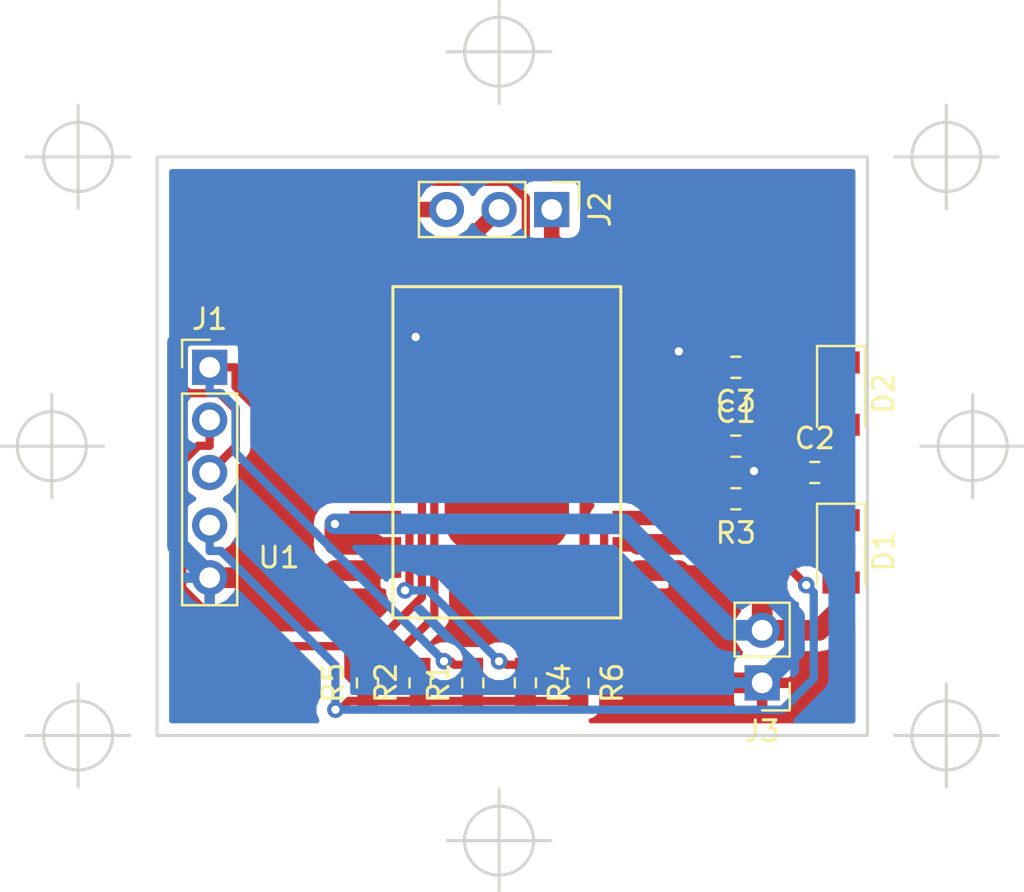
<source format=kicad_pcb>
(kicad_pcb (version 20171130) (host pcbnew 5.0.2-bee76a0~70~ubuntu18.04.1)

  (general
    (thickness 1.6)
    (drawings 12)
    (tracks 171)
    (zones 0)
    (modules 15)
    (nets 17)
  )

  (page A4)
  (layers
    (0 F.Cu signal)
    (31 B.Cu signal hide)
    (32 B.Adhes user)
    (33 F.Adhes user)
    (34 B.Paste user)
    (35 F.Paste user)
    (36 B.SilkS user)
    (37 F.SilkS user hide)
    (38 B.Mask user)
    (39 F.Mask user)
    (40 Dwgs.User user)
    (41 Cmts.User user)
    (42 Eco1.User user)
    (43 Eco2.User user)
    (44 Edge.Cuts user)
    (45 Margin user)
    (46 B.CrtYd user)
    (47 F.CrtYd user)
    (48 B.Fab user)
    (49 F.Fab user hide)
  )

  (setup
    (last_trace_width 0.4)
    (trace_clearance 0.2)
    (zone_clearance 0.508)
    (zone_45_only no)
    (trace_min 0.2)
    (segment_width 0.2)
    (edge_width 0.15)
    (via_size 0.8)
    (via_drill 0.4)
    (via_min_size 0.4)
    (via_min_drill 0.3)
    (uvia_size 0.3)
    (uvia_drill 0.1)
    (uvias_allowed no)
    (uvia_min_size 0.2)
    (uvia_min_drill 0.1)
    (pcb_text_width 0.3)
    (pcb_text_size 1.5 1.5)
    (mod_edge_width 0.15)
    (mod_text_size 1 1)
    (mod_text_width 0.15)
    (pad_size 1.524 1.524)
    (pad_drill 0.762)
    (pad_to_mask_clearance 0.051)
    (solder_mask_min_width 0.25)
    (aux_axis_origin 0 0)
    (visible_elements FFFFFF7F)
    (pcbplotparams
      (layerselection 0x000c0_7ffffffe)
      (usegerberextensions false)
      (usegerberattributes false)
      (usegerberadvancedattributes false)
      (creategerberjobfile false)
      (excludeedgelayer false)
      (linewidth 0.100000)
      (plotframeref false)
      (viasonmask true)
      (mode 1)
      (useauxorigin false)
      (hpglpennumber 1)
      (hpglpenspeed 20)
      (hpglpendiameter 15.000000)
      (psnegative false)
      (psa4output true)
      (plotreference true)
      (plotvalue true)
      (plotinvisibletext false)
      (padsonsilk false)
      (subtractmaskfromsilk false)
      (outputformat 2)
      (mirror true)
      (drillshape 1)
      (scaleselection 1)
      (outputdirectory "prod/"))
  )

  (net 0 "")
  (net 1 "Net-(C1-Pad1)")
  (net 2 GND)
  (net 3 "Net-(C2-Pad2)")
  (net 4 "Net-(C2-Pad1)")
  (net 5 "Net-(C3-Pad2)")
  (net 6 VCC)
  (net 7 "Net-(J1-Pad1)")
  (net 8 "Net-(J1-Pad2)")
  (net 9 "Net-(J1-Pad3)")
  (net 10 +5V)
  (net 11 "Net-(J2-Pad1)")
  (net 12 "Net-(J2-Pad2)")
  (net 13 "Net-(J2-Pad3)")
  (net 14 "Net-(R4-Pad1)")
  (net 15 "Net-(R5-Pad2)")
  (net 16 "Net-(R6-Pad1)")

  (net_class Default "This is the default net class."
    (clearance 0.2)
    (trace_width 0.4)
    (via_dia 0.8)
    (via_drill 0.4)
    (uvia_dia 0.3)
    (uvia_drill 0.1)
    (add_net +5V)
    (add_net "Net-(C1-Pad1)")
    (add_net "Net-(C2-Pad1)")
    (add_net "Net-(C2-Pad2)")
    (add_net "Net-(C3-Pad2)")
    (add_net "Net-(J1-Pad1)")
    (add_net "Net-(J1-Pad2)")
    (add_net "Net-(J1-Pad3)")
    (add_net "Net-(R4-Pad1)")
    (add_net "Net-(R5-Pad2)")
    (add_net "Net-(R6-Pad1)")
  )

  (net_class BLDC ""
    (clearance 0.2)
    (trace_width 0.75)
    (via_dia 0.8)
    (via_drill 0.4)
    (uvia_dia 0.3)
    (uvia_drill 0.1)
    (add_net "Net-(J2-Pad1)")
    (add_net "Net-(J2-Pad2)")
    (add_net "Net-(J2-Pad3)")
  )

  (net_class Power ""
    (clearance 0.2)
    (trace_width 1)
    (via_dia 0.8)
    (via_drill 0.4)
    (uvia_dia 0.3)
    (uvia_drill 0.1)
    (add_net GND)
    (add_net VCC)
  )

  (module Capacitor_SMD:C_0603_1608Metric (layer F.Cu) (tedit 59FE48B8) (tstamp 5E3FE9DA)
    (at 134.62 87.63)
    (descr "Capacitor SMD 0603 (1608 Metric), square (rectangular) end terminal, IPC_7351 nominal, (Body size source: http://www.tortai-tech.com/upload/download/2011102023233369053.pdf), generated with kicad-footprint-generator")
    (tags capacitor)
    (path /5E3C8C68)
    (attr smd)
    (fp_text reference C1 (at 0 -1.65) (layer F.SilkS)
      (effects (font (size 1 1) (thickness 0.15)))
    )
    (fp_text value CP (at 0 1.65) (layer F.Fab)
      (effects (font (size 1 1) (thickness 0.15)))
    )
    (fp_line (start -0.8 0.4) (end -0.8 -0.4) (layer F.Fab) (width 0.1))
    (fp_line (start -0.8 -0.4) (end 0.8 -0.4) (layer F.Fab) (width 0.1))
    (fp_line (start 0.8 -0.4) (end 0.8 0.4) (layer F.Fab) (width 0.1))
    (fp_line (start 0.8 0.4) (end -0.8 0.4) (layer F.Fab) (width 0.1))
    (fp_line (start -0.22 -0.51) (end 0.22 -0.51) (layer F.SilkS) (width 0.12))
    (fp_line (start -0.22 0.51) (end 0.22 0.51) (layer F.SilkS) (width 0.12))
    (fp_line (start -1.46 0.75) (end -1.46 -0.75) (layer F.CrtYd) (width 0.05))
    (fp_line (start -1.46 -0.75) (end 1.46 -0.75) (layer F.CrtYd) (width 0.05))
    (fp_line (start 1.46 -0.75) (end 1.46 0.75) (layer F.CrtYd) (width 0.05))
    (fp_line (start 1.46 0.75) (end -1.46 0.75) (layer F.CrtYd) (width 0.05))
    (fp_text user %R (at 0 0) (layer F.Fab)
      (effects (font (size 0.5 0.5) (thickness 0.08)))
    )
    (pad 1 smd rect (at -0.875 0) (size 0.67 1) (layers F.Cu F.Paste F.Mask)
      (net 1 "Net-(C1-Pad1)"))
    (pad 2 smd rect (at 0.875 0) (size 0.67 1) (layers F.Cu F.Paste F.Mask)
      (net 2 GND))
    (model ${KISYS3DMOD}/Capacitor_SMD.3dshapes/C_0603_1608Metric.wrl
      (at (xyz 0 0 0))
      (scale (xyz 1 1 1))
      (rotate (xyz 0 0 0))
    )
  )

  (module Capacitor_SMD:C_0603_1608Metric (layer F.Cu) (tedit 59FE48B8) (tstamp 5E7342A1)
    (at 138.43 88.9)
    (descr "Capacitor SMD 0603 (1608 Metric), square (rectangular) end terminal, IPC_7351 nominal, (Body size source: http://www.tortai-tech.com/upload/download/2011102023233369053.pdf), generated with kicad-footprint-generator")
    (tags capacitor)
    (path /5E3C8D9E)
    (attr smd)
    (fp_text reference C2 (at 0 -1.65) (layer F.SilkS)
      (effects (font (size 1 1) (thickness 0.15)))
    )
    (fp_text value C (at 0 1.65) (layer F.Fab)
      (effects (font (size 1 1) (thickness 0.15)))
    )
    (fp_text user %R (at 0 0) (layer F.Fab)
      (effects (font (size 0.5 0.5) (thickness 0.08)))
    )
    (fp_line (start 1.46 0.75) (end -1.46 0.75) (layer F.CrtYd) (width 0.05))
    (fp_line (start 1.46 -0.75) (end 1.46 0.75) (layer F.CrtYd) (width 0.05))
    (fp_line (start -1.46 -0.75) (end 1.46 -0.75) (layer F.CrtYd) (width 0.05))
    (fp_line (start -1.46 0.75) (end -1.46 -0.75) (layer F.CrtYd) (width 0.05))
    (fp_line (start -0.22 0.51) (end 0.22 0.51) (layer F.SilkS) (width 0.12))
    (fp_line (start -0.22 -0.51) (end 0.22 -0.51) (layer F.SilkS) (width 0.12))
    (fp_line (start 0.8 0.4) (end -0.8 0.4) (layer F.Fab) (width 0.1))
    (fp_line (start 0.8 -0.4) (end 0.8 0.4) (layer F.Fab) (width 0.1))
    (fp_line (start -0.8 -0.4) (end 0.8 -0.4) (layer F.Fab) (width 0.1))
    (fp_line (start -0.8 0.4) (end -0.8 -0.4) (layer F.Fab) (width 0.1))
    (pad 2 smd rect (at 0.875 0) (size 0.67 1) (layers F.Cu F.Paste F.Mask)
      (net 3 "Net-(C2-Pad2)"))
    (pad 1 smd rect (at -0.875 0) (size 0.67 1) (layers F.Cu F.Paste F.Mask)
      (net 4 "Net-(C2-Pad1)"))
    (model ${KISYS3DMOD}/Capacitor_SMD.3dshapes/C_0603_1608Metric.wrl
      (at (xyz 0 0 0))
      (scale (xyz 1 1 1))
      (rotate (xyz 0 0 0))
    )
  )

  (module Capacitor_SMD:C_0603_1608Metric (layer F.Cu) (tedit 59FE48B8) (tstamp 5E7342B2)
    (at 134.62 83.82 180)
    (descr "Capacitor SMD 0603 (1608 Metric), square (rectangular) end terminal, IPC_7351 nominal, (Body size source: http://www.tortai-tech.com/upload/download/2011102023233369053.pdf), generated with kicad-footprint-generator")
    (tags capacitor)
    (path /5E3C97A5)
    (attr smd)
    (fp_text reference C3 (at 0 -1.65 180) (layer F.SilkS)
      (effects (font (size 1 1) (thickness 0.15)))
    )
    (fp_text value C (at 0 1.65 180) (layer F.Fab)
      (effects (font (size 1 1) (thickness 0.15)))
    )
    (fp_line (start -0.8 0.4) (end -0.8 -0.4) (layer F.Fab) (width 0.1))
    (fp_line (start -0.8 -0.4) (end 0.8 -0.4) (layer F.Fab) (width 0.1))
    (fp_line (start 0.8 -0.4) (end 0.8 0.4) (layer F.Fab) (width 0.1))
    (fp_line (start 0.8 0.4) (end -0.8 0.4) (layer F.Fab) (width 0.1))
    (fp_line (start -0.22 -0.51) (end 0.22 -0.51) (layer F.SilkS) (width 0.12))
    (fp_line (start -0.22 0.51) (end 0.22 0.51) (layer F.SilkS) (width 0.12))
    (fp_line (start -1.46 0.75) (end -1.46 -0.75) (layer F.CrtYd) (width 0.05))
    (fp_line (start -1.46 -0.75) (end 1.46 -0.75) (layer F.CrtYd) (width 0.05))
    (fp_line (start 1.46 -0.75) (end 1.46 0.75) (layer F.CrtYd) (width 0.05))
    (fp_line (start 1.46 0.75) (end -1.46 0.75) (layer F.CrtYd) (width 0.05))
    (fp_text user %R (at 0 0 180) (layer F.Fab)
      (effects (font (size 0.5 0.5) (thickness 0.08)))
    )
    (pad 1 smd rect (at -0.875 0 180) (size 0.67 1) (layers F.Cu F.Paste F.Mask)
      (net 2 GND))
    (pad 2 smd rect (at 0.875 0 180) (size 0.67 1) (layers F.Cu F.Paste F.Mask)
      (net 5 "Net-(C3-Pad2)"))
    (model ${KISYS3DMOD}/Capacitor_SMD.3dshapes/C_0603_1608Metric.wrl
      (at (xyz 0 0 0))
      (scale (xyz 1 1 1))
      (rotate (xyz 0 0 0))
    )
  )

  (module Diode_SMD:D_1206_3216Metric (layer F.Cu) (tedit 5A00A67B) (tstamp 5E7342C5)
    (at 139.7 92.71 270)
    (descr "Diode SMD 1206 (3216 Metric), square (rectangular) end terminal, IPC_7351 nominal, (Body size source: http://www.tortai-tech.com/upload/download/2011102023233369053.pdf), generated with kicad-footprint-generator")
    (tags diode)
    (path /5E3C8ECA)
    (attr smd)
    (fp_text reference D1 (at 0 -2.05 270) (layer F.SilkS)
      (effects (font (size 1 1) (thickness 0.15)))
    )
    (fp_text value D (at 0 2.05 270) (layer F.Fab)
      (effects (font (size 1 1) (thickness 0.15)))
    )
    (fp_line (start 1.6 -0.8) (end -1.2 -0.8) (layer F.Fab) (width 0.1))
    (fp_line (start -1.2 -0.8) (end -1.6 -0.4) (layer F.Fab) (width 0.1))
    (fp_line (start -1.6 -0.4) (end -1.6 0.8) (layer F.Fab) (width 0.1))
    (fp_line (start -1.6 0.8) (end 1.6 0.8) (layer F.Fab) (width 0.1))
    (fp_line (start 1.6 0.8) (end 1.6 -0.8) (layer F.Fab) (width 0.1))
    (fp_line (start 1.6 -1.16) (end -2.3 -1.16) (layer F.SilkS) (width 0.12))
    (fp_line (start -2.3 -1.16) (end -2.3 1.16) (layer F.SilkS) (width 0.12))
    (fp_line (start -2.3 1.16) (end 1.6 1.16) (layer F.SilkS) (width 0.12))
    (fp_line (start -2.29 1.15) (end -2.29 -1.15) (layer F.CrtYd) (width 0.05))
    (fp_line (start -2.29 -1.15) (end 2.29 -1.15) (layer F.CrtYd) (width 0.05))
    (fp_line (start 2.29 -1.15) (end 2.29 1.15) (layer F.CrtYd) (width 0.05))
    (fp_line (start 2.29 1.15) (end -2.29 1.15) (layer F.CrtYd) (width 0.05))
    (fp_text user %R (at 0 0 270) (layer F.Fab)
      (effects (font (size 0.8 0.8) (thickness 0.12)))
    )
    (pad 1 smd rect (at -1.505 0 270) (size 1.07 1.8) (layers F.Cu F.Paste F.Mask)
      (net 3 "Net-(C2-Pad2)"))
    (pad 2 smd rect (at 1.505 0 270) (size 1.07 1.8) (layers F.Cu F.Paste F.Mask)
      (net 6 VCC))
    (model ${KISYS3DMOD}/Diode_SMD.3dshapes/D_1206_3216Metric.wrl
      (at (xyz 0 0 0))
      (scale (xyz 1 1 1))
      (rotate (xyz 0 0 0))
    )
  )

  (module Diode_SMD:D_1206_3216Metric (layer F.Cu) (tedit 5A00A67B) (tstamp 5E7342D8)
    (at 139.7 85.09 270)
    (descr "Diode SMD 1206 (3216 Metric), square (rectangular) end terminal, IPC_7351 nominal, (Body size source: http://www.tortai-tech.com/upload/download/2011102023233369053.pdf), generated with kicad-footprint-generator")
    (tags diode)
    (path /5E3C8F10)
    (attr smd)
    (fp_text reference D2 (at 0 -2.05 270) (layer F.SilkS)
      (effects (font (size 1 1) (thickness 0.15)))
    )
    (fp_text value D (at 0 2.05 270) (layer F.Fab)
      (effects (font (size 1 1) (thickness 0.15)))
    )
    (fp_text user %R (at 0 0 270) (layer F.Fab)
      (effects (font (size 0.8 0.8) (thickness 0.12)))
    )
    (fp_line (start 2.29 1.15) (end -2.29 1.15) (layer F.CrtYd) (width 0.05))
    (fp_line (start 2.29 -1.15) (end 2.29 1.15) (layer F.CrtYd) (width 0.05))
    (fp_line (start -2.29 -1.15) (end 2.29 -1.15) (layer F.CrtYd) (width 0.05))
    (fp_line (start -2.29 1.15) (end -2.29 -1.15) (layer F.CrtYd) (width 0.05))
    (fp_line (start -2.3 1.16) (end 1.6 1.16) (layer F.SilkS) (width 0.12))
    (fp_line (start -2.3 -1.16) (end -2.3 1.16) (layer F.SilkS) (width 0.12))
    (fp_line (start 1.6 -1.16) (end -2.3 -1.16) (layer F.SilkS) (width 0.12))
    (fp_line (start 1.6 0.8) (end 1.6 -0.8) (layer F.Fab) (width 0.1))
    (fp_line (start -1.6 0.8) (end 1.6 0.8) (layer F.Fab) (width 0.1))
    (fp_line (start -1.6 -0.4) (end -1.6 0.8) (layer F.Fab) (width 0.1))
    (fp_line (start -1.2 -0.8) (end -1.6 -0.4) (layer F.Fab) (width 0.1))
    (fp_line (start 1.6 -0.8) (end -1.2 -0.8) (layer F.Fab) (width 0.1))
    (pad 2 smd rect (at 1.505 0 270) (size 1.07 1.8) (layers F.Cu F.Paste F.Mask)
      (net 3 "Net-(C2-Pad2)"))
    (pad 1 smd rect (at -1.505 0 270) (size 1.07 1.8) (layers F.Cu F.Paste F.Mask)
      (net 5 "Net-(C3-Pad2)"))
    (model ${KISYS3DMOD}/Diode_SMD.3dshapes/D_1206_3216Metric.wrl
      (at (xyz 0 0 0))
      (scale (xyz 1 1 1))
      (rotate (xyz 0 0 0))
    )
  )

  (module Connector_PinHeader_2.54mm:PinHeader_1x05_P2.54mm_Vertical (layer F.Cu) (tedit 59FED5CC) (tstamp 5E7342F1)
    (at 109.22 83.82)
    (descr "Through hole straight pin header, 1x05, 2.54mm pitch, single row")
    (tags "Through hole pin header THT 1x05 2.54mm single row")
    (path /5E3CAD4C)
    (fp_text reference J1 (at 0 -2.33) (layer F.SilkS)
      (effects (font (size 1 1) (thickness 0.15)))
    )
    (fp_text value Conn_01x05_Male (at 0 12.49) (layer F.Fab)
      (effects (font (size 1 1) (thickness 0.15)))
    )
    (fp_line (start -0.635 -1.27) (end 1.27 -1.27) (layer F.Fab) (width 0.1))
    (fp_line (start 1.27 -1.27) (end 1.27 11.43) (layer F.Fab) (width 0.1))
    (fp_line (start 1.27 11.43) (end -1.27 11.43) (layer F.Fab) (width 0.1))
    (fp_line (start -1.27 11.43) (end -1.27 -0.635) (layer F.Fab) (width 0.1))
    (fp_line (start -1.27 -0.635) (end -0.635 -1.27) (layer F.Fab) (width 0.1))
    (fp_line (start -1.33 11.49) (end 1.33 11.49) (layer F.SilkS) (width 0.12))
    (fp_line (start -1.33 1.27) (end -1.33 11.49) (layer F.SilkS) (width 0.12))
    (fp_line (start 1.33 1.27) (end 1.33 11.49) (layer F.SilkS) (width 0.12))
    (fp_line (start -1.33 1.27) (end 1.33 1.27) (layer F.SilkS) (width 0.12))
    (fp_line (start -1.33 0) (end -1.33 -1.33) (layer F.SilkS) (width 0.12))
    (fp_line (start -1.33 -1.33) (end 0 -1.33) (layer F.SilkS) (width 0.12))
    (fp_line (start -1.8 -1.8) (end -1.8 11.95) (layer F.CrtYd) (width 0.05))
    (fp_line (start -1.8 11.95) (end 1.8 11.95) (layer F.CrtYd) (width 0.05))
    (fp_line (start 1.8 11.95) (end 1.8 -1.8) (layer F.CrtYd) (width 0.05))
    (fp_line (start 1.8 -1.8) (end -1.8 -1.8) (layer F.CrtYd) (width 0.05))
    (fp_text user %R (at 0 5.08 90) (layer F.Fab)
      (effects (font (size 1 1) (thickness 0.15)))
    )
    (pad 1 thru_hole rect (at 0 0) (size 1.7 1.7) (drill 1) (layers *.Cu *.Mask)
      (net 7 "Net-(J1-Pad1)"))
    (pad 2 thru_hole oval (at 0 2.54) (size 1.7 1.7) (drill 1) (layers *.Cu *.Mask)
      (net 8 "Net-(J1-Pad2)"))
    (pad 3 thru_hole oval (at 0 5.08) (size 1.7 1.7) (drill 1) (layers *.Cu *.Mask)
      (net 9 "Net-(J1-Pad3)"))
    (pad 4 thru_hole oval (at 0 7.62) (size 1.7 1.7) (drill 1) (layers *.Cu *.Mask)
      (net 10 +5V))
    (pad 5 thru_hole oval (at 0 10.16) (size 1.7 1.7) (drill 1) (layers *.Cu *.Mask)
      (net 2 GND))
    (model ${KISYS3DMOD}/Connector_PinHeader_2.54mm.3dshapes/PinHeader_1x05_P2.54mm_Vertical.wrl
      (at (xyz 0 0 0))
      (scale (xyz 1 1 1))
      (rotate (xyz 0 0 0))
    )
  )

  (module Connector_PinHeader_2.54mm:PinHeader_1x03_P2.54mm_Vertical (layer F.Cu) (tedit 59FED5CC) (tstamp 5E73481A)
    (at 125.73 76.2 270)
    (descr "Through hole straight pin header, 1x03, 2.54mm pitch, single row")
    (tags "Through hole pin header THT 1x03 2.54mm single row")
    (path /5E3CC63E)
    (fp_text reference J2 (at 0 -2.33 270) (layer F.SilkS)
      (effects (font (size 1 1) (thickness 0.15)))
    )
    (fp_text value Conn_01x03_Male (at 0 7.41 270) (layer F.Fab)
      (effects (font (size 1 1) (thickness 0.15)))
    )
    (fp_line (start -0.635 -1.27) (end 1.27 -1.27) (layer F.Fab) (width 0.1))
    (fp_line (start 1.27 -1.27) (end 1.27 6.35) (layer F.Fab) (width 0.1))
    (fp_line (start 1.27 6.35) (end -1.27 6.35) (layer F.Fab) (width 0.1))
    (fp_line (start -1.27 6.35) (end -1.27 -0.635) (layer F.Fab) (width 0.1))
    (fp_line (start -1.27 -0.635) (end -0.635 -1.27) (layer F.Fab) (width 0.1))
    (fp_line (start -1.33 6.41) (end 1.33 6.41) (layer F.SilkS) (width 0.12))
    (fp_line (start -1.33 1.27) (end -1.33 6.41) (layer F.SilkS) (width 0.12))
    (fp_line (start 1.33 1.27) (end 1.33 6.41) (layer F.SilkS) (width 0.12))
    (fp_line (start -1.33 1.27) (end 1.33 1.27) (layer F.SilkS) (width 0.12))
    (fp_line (start -1.33 0) (end -1.33 -1.33) (layer F.SilkS) (width 0.12))
    (fp_line (start -1.33 -1.33) (end 0 -1.33) (layer F.SilkS) (width 0.12))
    (fp_line (start -1.8 -1.8) (end -1.8 6.85) (layer F.CrtYd) (width 0.05))
    (fp_line (start -1.8 6.85) (end 1.8 6.85) (layer F.CrtYd) (width 0.05))
    (fp_line (start 1.8 6.85) (end 1.8 -1.8) (layer F.CrtYd) (width 0.05))
    (fp_line (start 1.8 -1.8) (end -1.8 -1.8) (layer F.CrtYd) (width 0.05))
    (fp_text user %R (at 0 2.54) (layer F.Fab)
      (effects (font (size 1 1) (thickness 0.15)))
    )
    (pad 1 thru_hole rect (at 0 0 270) (size 1.7 1.7) (drill 1) (layers *.Cu *.Mask)
      (net 11 "Net-(J2-Pad1)"))
    (pad 2 thru_hole oval (at 0 2.54 270) (size 1.7 1.7) (drill 1) (layers *.Cu *.Mask)
      (net 12 "Net-(J2-Pad2)"))
    (pad 3 thru_hole oval (at 0 5.08 270) (size 1.7 1.7) (drill 1) (layers *.Cu *.Mask)
      (net 13 "Net-(J2-Pad3)"))
    (model ${KISYS3DMOD}/Connector_PinHeader_2.54mm.3dshapes/PinHeader_1x03_P2.54mm_Vertical.wrl
      (at (xyz 0 0 0))
      (scale (xyz 1 1 1))
      (rotate (xyz 0 0 0))
    )
  )

  (module Connector_PinHeader_2.54mm:PinHeader_1x02_P2.54mm_Vertical (layer F.Cu) (tedit 59FED5CC) (tstamp 5E73431E)
    (at 135.89 99.06 180)
    (descr "Through hole straight pin header, 1x02, 2.54mm pitch, single row")
    (tags "Through hole pin header THT 1x02 2.54mm single row")
    (path /5E3CCE03)
    (fp_text reference J3 (at 0 -2.33 180) (layer F.SilkS)
      (effects (font (size 1 1) (thickness 0.15)))
    )
    (fp_text value Conn_01x02_Male (at 0 4.87 180) (layer F.Fab)
      (effects (font (size 1 1) (thickness 0.15)))
    )
    (fp_line (start -0.635 -1.27) (end 1.27 -1.27) (layer F.Fab) (width 0.1))
    (fp_line (start 1.27 -1.27) (end 1.27 3.81) (layer F.Fab) (width 0.1))
    (fp_line (start 1.27 3.81) (end -1.27 3.81) (layer F.Fab) (width 0.1))
    (fp_line (start -1.27 3.81) (end -1.27 -0.635) (layer F.Fab) (width 0.1))
    (fp_line (start -1.27 -0.635) (end -0.635 -1.27) (layer F.Fab) (width 0.1))
    (fp_line (start -1.33 3.87) (end 1.33 3.87) (layer F.SilkS) (width 0.12))
    (fp_line (start -1.33 1.27) (end -1.33 3.87) (layer F.SilkS) (width 0.12))
    (fp_line (start 1.33 1.27) (end 1.33 3.87) (layer F.SilkS) (width 0.12))
    (fp_line (start -1.33 1.27) (end 1.33 1.27) (layer F.SilkS) (width 0.12))
    (fp_line (start -1.33 0) (end -1.33 -1.33) (layer F.SilkS) (width 0.12))
    (fp_line (start -1.33 -1.33) (end 0 -1.33) (layer F.SilkS) (width 0.12))
    (fp_line (start -1.8 -1.8) (end -1.8 4.35) (layer F.CrtYd) (width 0.05))
    (fp_line (start -1.8 4.35) (end 1.8 4.35) (layer F.CrtYd) (width 0.05))
    (fp_line (start 1.8 4.35) (end 1.8 -1.8) (layer F.CrtYd) (width 0.05))
    (fp_line (start 1.8 -1.8) (end -1.8 -1.8) (layer F.CrtYd) (width 0.05))
    (fp_text user %R (at 0 1.27 270) (layer F.Fab)
      (effects (font (size 1 1) (thickness 0.15)))
    )
    (pad 1 thru_hole rect (at 0 0 180) (size 1.7 1.7) (drill 1) (layers *.Cu *.Mask)
      (net 2 GND))
    (pad 2 thru_hole oval (at 0 2.54 180) (size 1.7 1.7) (drill 1) (layers *.Cu *.Mask)
      (net 6 VCC))
    (model ${KISYS3DMOD}/Connector_PinHeader_2.54mm.3dshapes/PinHeader_1x02_P2.54mm_Vertical.wrl
      (at (xyz 0 0 0))
      (scale (xyz 1 1 1))
      (rotate (xyz 0 0 0))
    )
  )

  (module Resistor_SMD:R_0603_1608Metric (layer F.Cu) (tedit 59FE48B8) (tstamp 5E73432F)
    (at 121.92 99.06 90)
    (descr "Resistor SMD 0603 (1608 Metric), square (rectangular) end terminal, IPC_7351 nominal, (Body size source: http://www.tortai-tech.com/upload/download/2011102023233369053.pdf), generated with kicad-footprint-generator")
    (tags resistor)
    (path /5E3CB083)
    (attr smd)
    (fp_text reference R1 (at 0 -1.65 90) (layer F.SilkS)
      (effects (font (size 1 1) (thickness 0.15)))
    )
    (fp_text value R (at 0 1.65 90) (layer F.Fab)
      (effects (font (size 1 1) (thickness 0.15)))
    )
    (fp_text user %R (at 0 0 90) (layer F.Fab)
      (effects (font (size 0.5 0.5) (thickness 0.08)))
    )
    (fp_line (start 1.46 0.75) (end -1.46 0.75) (layer F.CrtYd) (width 0.05))
    (fp_line (start 1.46 -0.75) (end 1.46 0.75) (layer F.CrtYd) (width 0.05))
    (fp_line (start -1.46 -0.75) (end 1.46 -0.75) (layer F.CrtYd) (width 0.05))
    (fp_line (start -1.46 0.75) (end -1.46 -0.75) (layer F.CrtYd) (width 0.05))
    (fp_line (start -0.22 0.51) (end 0.22 0.51) (layer F.SilkS) (width 0.12))
    (fp_line (start -0.22 -0.51) (end 0.22 -0.51) (layer F.SilkS) (width 0.12))
    (fp_line (start 0.8 0.4) (end -0.8 0.4) (layer F.Fab) (width 0.1))
    (fp_line (start 0.8 -0.4) (end 0.8 0.4) (layer F.Fab) (width 0.1))
    (fp_line (start -0.8 -0.4) (end 0.8 -0.4) (layer F.Fab) (width 0.1))
    (fp_line (start -0.8 0.4) (end -0.8 -0.4) (layer F.Fab) (width 0.1))
    (pad 2 smd rect (at 0.875 0 90) (size 0.67 1) (layers F.Cu F.Paste F.Mask)
      (net 7 "Net-(J1-Pad1)"))
    (pad 1 smd rect (at -0.875 0 90) (size 0.67 1) (layers F.Cu F.Paste F.Mask)
      (net 10 +5V))
    (model ${KISYS3DMOD}/Resistor_SMD.3dshapes/R_0603_1608Metric.wrl
      (at (xyz 0 0 0))
      (scale (xyz 1 1 1))
      (rotate (xyz 0 0 0))
    )
  )

  (module Resistor_SMD:R_0603_1608Metric (layer F.Cu) (tedit 59FE48B8) (tstamp 5E734340)
    (at 119.38 99.06 90)
    (descr "Resistor SMD 0603 (1608 Metric), square (rectangular) end terminal, IPC_7351 nominal, (Body size source: http://www.tortai-tech.com/upload/download/2011102023233369053.pdf), generated with kicad-footprint-generator")
    (tags resistor)
    (path /5E3CB11E)
    (attr smd)
    (fp_text reference R2 (at 0 -1.65 90) (layer F.SilkS)
      (effects (font (size 1 1) (thickness 0.15)))
    )
    (fp_text value R (at 0 1.65 90) (layer F.Fab)
      (effects (font (size 1 1) (thickness 0.15)))
    )
    (fp_line (start -0.8 0.4) (end -0.8 -0.4) (layer F.Fab) (width 0.1))
    (fp_line (start -0.8 -0.4) (end 0.8 -0.4) (layer F.Fab) (width 0.1))
    (fp_line (start 0.8 -0.4) (end 0.8 0.4) (layer F.Fab) (width 0.1))
    (fp_line (start 0.8 0.4) (end -0.8 0.4) (layer F.Fab) (width 0.1))
    (fp_line (start -0.22 -0.51) (end 0.22 -0.51) (layer F.SilkS) (width 0.12))
    (fp_line (start -0.22 0.51) (end 0.22 0.51) (layer F.SilkS) (width 0.12))
    (fp_line (start -1.46 0.75) (end -1.46 -0.75) (layer F.CrtYd) (width 0.05))
    (fp_line (start -1.46 -0.75) (end 1.46 -0.75) (layer F.CrtYd) (width 0.05))
    (fp_line (start 1.46 -0.75) (end 1.46 0.75) (layer F.CrtYd) (width 0.05))
    (fp_line (start 1.46 0.75) (end -1.46 0.75) (layer F.CrtYd) (width 0.05))
    (fp_text user %R (at 0 0 90) (layer F.Fab)
      (effects (font (size 0.5 0.5) (thickness 0.08)))
    )
    (pad 1 smd rect (at -0.875 0 90) (size 0.67 1) (layers F.Cu F.Paste F.Mask)
      (net 10 +5V))
    (pad 2 smd rect (at 0.875 0 90) (size 0.67 1) (layers F.Cu F.Paste F.Mask)
      (net 8 "Net-(J1-Pad2)"))
    (model ${KISYS3DMOD}/Resistor_SMD.3dshapes/R_0603_1608Metric.wrl
      (at (xyz 0 0 0))
      (scale (xyz 1 1 1))
      (rotate (xyz 0 0 0))
    )
  )

  (module Resistor_SMD:R_0603_1608Metric (layer F.Cu) (tedit 59FE48B8) (tstamp 5E734351)
    (at 134.62 90.17 180)
    (descr "Resistor SMD 0603 (1608 Metric), square (rectangular) end terminal, IPC_7351 nominal, (Body size source: http://www.tortai-tech.com/upload/download/2011102023233369053.pdf), generated with kicad-footprint-generator")
    (tags resistor)
    (path /5E3CB176)
    (attr smd)
    (fp_text reference R3 (at 0 -1.65 180) (layer F.SilkS)
      (effects (font (size 1 1) (thickness 0.15)))
    )
    (fp_text value R (at 0 1.65 180) (layer F.Fab)
      (effects (font (size 1 1) (thickness 0.15)))
    )
    (fp_text user %R (at 0 0 180) (layer F.Fab)
      (effects (font (size 0.5 0.5) (thickness 0.08)))
    )
    (fp_line (start 1.46 0.75) (end -1.46 0.75) (layer F.CrtYd) (width 0.05))
    (fp_line (start 1.46 -0.75) (end 1.46 0.75) (layer F.CrtYd) (width 0.05))
    (fp_line (start -1.46 -0.75) (end 1.46 -0.75) (layer F.CrtYd) (width 0.05))
    (fp_line (start -1.46 0.75) (end -1.46 -0.75) (layer F.CrtYd) (width 0.05))
    (fp_line (start -0.22 0.51) (end 0.22 0.51) (layer F.SilkS) (width 0.12))
    (fp_line (start -0.22 -0.51) (end 0.22 -0.51) (layer F.SilkS) (width 0.12))
    (fp_line (start 0.8 0.4) (end -0.8 0.4) (layer F.Fab) (width 0.1))
    (fp_line (start 0.8 -0.4) (end 0.8 0.4) (layer F.Fab) (width 0.1))
    (fp_line (start -0.8 -0.4) (end 0.8 -0.4) (layer F.Fab) (width 0.1))
    (fp_line (start -0.8 0.4) (end -0.8 -0.4) (layer F.Fab) (width 0.1))
    (pad 2 smd rect (at 0.875 0 180) (size 0.67 1) (layers F.Cu F.Paste F.Mask)
      (net 9 "Net-(J1-Pad3)"))
    (pad 1 smd rect (at -0.875 0 180) (size 0.67 1) (layers F.Cu F.Paste F.Mask)
      (net 10 +5V))
    (model ${KISYS3DMOD}/Resistor_SMD.3dshapes/R_0603_1608Metric.wrl
      (at (xyz 0 0 0))
      (scale (xyz 1 1 1))
      (rotate (xyz 0 0 0))
    )
  )

  (module Resistor_SMD:R_0603_1608Metric (layer F.Cu) (tedit 59FE48B8) (tstamp 5E734D8A)
    (at 124.46 99.06 270)
    (descr "Resistor SMD 0603 (1608 Metric), square (rectangular) end terminal, IPC_7351 nominal, (Body size source: http://www.tortai-tech.com/upload/download/2011102023233369053.pdf), generated with kicad-footprint-generator")
    (tags resistor)
    (path /5E3CA12C)
    (attr smd)
    (fp_text reference R4 (at 0 -1.65 270) (layer F.SilkS)
      (effects (font (size 1 1) (thickness 0.15)))
    )
    (fp_text value R (at 0 1.65 270) (layer F.Fab)
      (effects (font (size 1 1) (thickness 0.15)))
    )
    (fp_line (start -0.8 0.4) (end -0.8 -0.4) (layer F.Fab) (width 0.1))
    (fp_line (start -0.8 -0.4) (end 0.8 -0.4) (layer F.Fab) (width 0.1))
    (fp_line (start 0.8 -0.4) (end 0.8 0.4) (layer F.Fab) (width 0.1))
    (fp_line (start 0.8 0.4) (end -0.8 0.4) (layer F.Fab) (width 0.1))
    (fp_line (start -0.22 -0.51) (end 0.22 -0.51) (layer F.SilkS) (width 0.12))
    (fp_line (start -0.22 0.51) (end 0.22 0.51) (layer F.SilkS) (width 0.12))
    (fp_line (start -1.46 0.75) (end -1.46 -0.75) (layer F.CrtYd) (width 0.05))
    (fp_line (start -1.46 -0.75) (end 1.46 -0.75) (layer F.CrtYd) (width 0.05))
    (fp_line (start 1.46 -0.75) (end 1.46 0.75) (layer F.CrtYd) (width 0.05))
    (fp_line (start 1.46 0.75) (end -1.46 0.75) (layer F.CrtYd) (width 0.05))
    (fp_text user %R (at 0 0 270) (layer F.Fab)
      (effects (font (size 0.5 0.5) (thickness 0.08)))
    )
    (pad 1 smd rect (at -0.875 0 270) (size 0.67 1) (layers F.Cu F.Paste F.Mask)
      (net 14 "Net-(R4-Pad1)"))
    (pad 2 smd rect (at 0.875 0 270) (size 0.67 1) (layers F.Cu F.Paste F.Mask)
      (net 10 +5V))
    (model ${KISYS3DMOD}/Resistor_SMD.3dshapes/R_0603_1608Metric.wrl
      (at (xyz 0 0 0))
      (scale (xyz 1 1 1))
      (rotate (xyz 0 0 0))
    )
  )

  (module Resistor_SMD:R_0603_1608Metric (layer F.Cu) (tedit 59FE48B8) (tstamp 5E734373)
    (at 116.84 99.06 90)
    (descr "Resistor SMD 0603 (1608 Metric), square (rectangular) end terminal, IPC_7351 nominal, (Body size source: http://www.tortai-tech.com/upload/download/2011102023233369053.pdf), generated with kicad-footprint-generator")
    (tags resistor)
    (path /5E3CA205)
    (attr smd)
    (fp_text reference R5 (at 0 -1.65 90) (layer F.SilkS)
      (effects (font (size 1 1) (thickness 0.15)))
    )
    (fp_text value R (at 0 1.65 90) (layer F.Fab)
      (effects (font (size 1 1) (thickness 0.15)))
    )
    (fp_text user %R (at 0 0 90) (layer F.Fab)
      (effects (font (size 0.5 0.5) (thickness 0.08)))
    )
    (fp_line (start 1.46 0.75) (end -1.46 0.75) (layer F.CrtYd) (width 0.05))
    (fp_line (start 1.46 -0.75) (end 1.46 0.75) (layer F.CrtYd) (width 0.05))
    (fp_line (start -1.46 -0.75) (end 1.46 -0.75) (layer F.CrtYd) (width 0.05))
    (fp_line (start -1.46 0.75) (end -1.46 -0.75) (layer F.CrtYd) (width 0.05))
    (fp_line (start -0.22 0.51) (end 0.22 0.51) (layer F.SilkS) (width 0.12))
    (fp_line (start -0.22 -0.51) (end 0.22 -0.51) (layer F.SilkS) (width 0.12))
    (fp_line (start 0.8 0.4) (end -0.8 0.4) (layer F.Fab) (width 0.1))
    (fp_line (start 0.8 -0.4) (end 0.8 0.4) (layer F.Fab) (width 0.1))
    (fp_line (start -0.8 -0.4) (end 0.8 -0.4) (layer F.Fab) (width 0.1))
    (fp_line (start -0.8 0.4) (end -0.8 -0.4) (layer F.Fab) (width 0.1))
    (pad 2 smd rect (at 0.875 0 90) (size 0.67 1) (layers F.Cu F.Paste F.Mask)
      (net 15 "Net-(R5-Pad2)"))
    (pad 1 smd rect (at -0.875 0 90) (size 0.67 1) (layers F.Cu F.Paste F.Mask)
      (net 10 +5V))
    (model ${KISYS3DMOD}/Resistor_SMD.3dshapes/R_0603_1608Metric.wrl
      (at (xyz 0 0 0))
      (scale (xyz 1 1 1))
      (rotate (xyz 0 0 0))
    )
  )

  (module Resistor_SMD:R_0603_1608Metric (layer F.Cu) (tedit 59FE48B8) (tstamp 5E734384)
    (at 127 99.06 270)
    (descr "Resistor SMD 0603 (1608 Metric), square (rectangular) end terminal, IPC_7351 nominal, (Body size source: http://www.tortai-tech.com/upload/download/2011102023233369053.pdf), generated with kicad-footprint-generator")
    (tags resistor)
    (path /5E3CA26C)
    (attr smd)
    (fp_text reference R6 (at 0 -1.65 270) (layer F.SilkS)
      (effects (font (size 1 1) (thickness 0.15)))
    )
    (fp_text value R (at 0 1.65 270) (layer F.Fab)
      (effects (font (size 1 1) (thickness 0.15)))
    )
    (fp_line (start -0.8 0.4) (end -0.8 -0.4) (layer F.Fab) (width 0.1))
    (fp_line (start -0.8 -0.4) (end 0.8 -0.4) (layer F.Fab) (width 0.1))
    (fp_line (start 0.8 -0.4) (end 0.8 0.4) (layer F.Fab) (width 0.1))
    (fp_line (start 0.8 0.4) (end -0.8 0.4) (layer F.Fab) (width 0.1))
    (fp_line (start -0.22 -0.51) (end 0.22 -0.51) (layer F.SilkS) (width 0.12))
    (fp_line (start -0.22 0.51) (end 0.22 0.51) (layer F.SilkS) (width 0.12))
    (fp_line (start -1.46 0.75) (end -1.46 -0.75) (layer F.CrtYd) (width 0.05))
    (fp_line (start -1.46 -0.75) (end 1.46 -0.75) (layer F.CrtYd) (width 0.05))
    (fp_line (start 1.46 -0.75) (end 1.46 0.75) (layer F.CrtYd) (width 0.05))
    (fp_line (start 1.46 0.75) (end -1.46 0.75) (layer F.CrtYd) (width 0.05))
    (fp_text user %R (at 0 0 270) (layer F.Fab)
      (effects (font (size 0.5 0.5) (thickness 0.08)))
    )
    (pad 1 smd rect (at -0.875 0 270) (size 0.67 1) (layers F.Cu F.Paste F.Mask)
      (net 16 "Net-(R6-Pad1)"))
    (pad 2 smd rect (at 0.875 0 270) (size 0.67 1) (layers F.Cu F.Paste F.Mask)
      (net 10 +5V))
    (model ${KISYS3DMOD}/Resistor_SMD.3dshapes/R_0603_1608Metric.wrl
      (at (xyz 0 0 0))
      (scale (xyz 1 1 1))
      (rotate (xyz 0 0 0))
    )
  )

  (module so20:so20 (layer F.Cu) (tedit 5E3C8E6F) (tstamp 5E7343A1)
    (at 123.565 87.925)
    (path /5E3C86F5)
    (fp_text reference U1 (at -11 5.08) (layer F.SilkS)
      (effects (font (size 1 1) (thickness 0.15)))
    )
    (fp_text value l6234 (at -11 1.27) (layer F.Fab)
      (effects (font (size 1 1) (thickness 0.15)))
    )
    (fp_line (start -5.5 -8) (end 5.5 -8) (layer F.SilkS) (width 0.15))
    (fp_line (start 5.5 -8) (end 5.5 8) (layer F.SilkS) (width 0.15))
    (fp_line (start 5.5 8) (end -5.5 8) (layer F.SilkS) (width 0.15))
    (fp_line (start -5.5 8) (end -5.5 -8) (layer F.SilkS) (width 0.15))
    (pad 21 smd roundrect (at 0 0) (size 6 9.6) (layers F.Cu F.Paste F.Mask) (roundrect_rratio 0.25)
      (net 2 GND))
    (pad 11 smd rect (at 6.35 5.715) (size 2.5 0.7) (layers F.Cu F.Paste F.Mask)
      (net 2 GND))
    (pad 12 smd rect (at 6.35 4.445) (size 2.5 0.7) (layers F.Cu F.Paste F.Mask)
      (net 6 VCC))
    (pad 13 smd rect (at 6.35 3.175) (size 2.5 0.7) (layers F.Cu F.Paste F.Mask)
      (net 16 "Net-(R6-Pad1)"))
    (pad 14 smd rect (at 6.35 1.905) (size 2.5 0.7) (layers F.Cu F.Paste F.Mask)
      (net 9 "Net-(J1-Pad3)"))
    (pad 15 smd rect (at 6.35 0.635) (size 2.5 0.7) (layers F.Cu F.Paste F.Mask)
      (net 11 "Net-(J2-Pad1)"))
    (pad 16 smd rect (at 6.35 -0.635) (size 2.5 0.7) (layers F.Cu F.Paste F.Mask)
      (net 1 "Net-(C1-Pad1)"))
    (pad 17 smd rect (at 6.35 -1.905) (size 2.5 0.7) (layers F.Cu F.Paste F.Mask)
      (net 4 "Net-(C2-Pad1)"))
    (pad 18 smd rect (at 6.35 -3.175) (size 2.5 0.7) (layers F.Cu F.Paste F.Mask)
      (net 5 "Net-(C3-Pad2)"))
    (pad 19 smd rect (at 6.35 -4.445) (size 2.5 0.7) (layers F.Cu F.Paste F.Mask)
      (net 2 GND))
    (pad 20 smd rect (at 6.35 -5.715) (size 2.5 0.7) (layers F.Cu F.Paste F.Mask)
      (net 2 GND))
    (pad 10 smd rect (at -6.35 5.715) (size 2.5 0.7) (layers F.Cu F.Paste F.Mask)
      (net 2 GND))
    (pad 9 smd rect (at -6.35 4.445) (size 2.5 0.7) (layers F.Cu F.Paste F.Mask)
      (net 6 VCC))
    (pad 8 smd rect (at -6.35 3.175) (size 2.5 0.7) (layers F.Cu F.Paste F.Mask)
      (net 14 "Net-(R4-Pad1)"))
    (pad 7 smd rect (at -6.35 1.905) (size 2.5 0.7) (layers F.Cu F.Paste F.Mask)
      (net 7 "Net-(J1-Pad1)"))
    (pad 6 smd rect (at -6.35 0.635) (size 2.5 0.7) (layers F.Cu F.Paste F.Mask)
      (net 13 "Net-(J2-Pad3)"))
    (pad 5 smd rect (at -6.35 -0.635) (size 2.5 0.7) (layers F.Cu F.Paste F.Mask)
      (net 12 "Net-(J2-Pad2)"))
    (pad 4 smd rect (at -6.35 -1.905) (size 2.5 0.7) (layers F.Cu F.Paste F.Mask)
      (net 8 "Net-(J1-Pad2)"))
    (pad 3 smd rect (at -6.35 -3.175) (size 2.5 0.7) (layers F.Cu F.Paste F.Mask)
      (net 15 "Net-(R5-Pad2)"))
    (pad 2 smd rect (at -6.35 -4.445) (size 2.5 0.7) (layers F.Cu F.Paste F.Mask)
      (net 2 GND))
    (pad 1 smd rect (at -6.35 -5.715) (size 2.5 0.7) (layers F.Cu F.Paste F.Mask)
      (net 2 GND))
  )

  (target plus (at 101.6 87.63) (size 5) (width 0.15) (layer Edge.Cuts) (tstamp 5E3FEE3C))
  (target plus (at 146.05 87.63) (size 5) (width 0.15) (layer Edge.Cuts) (tstamp 5E3FEE3B))
  (target plus (at 123.19 106.68) (size 5) (width 0.15) (layer Edge.Cuts) (tstamp 5E3FEE3A))
  (target plus (at 123.19 68.58) (size 5) (width 0.15) (layer Edge.Cuts) (tstamp 5E3FEE39))
  (target plus (at 102.87 101.6) (size 5) (width 0.15) (layer Edge.Cuts) (tstamp 5E3FEE38))
  (target plus (at 102.87 73.66) (size 5) (width 0.15) (layer Edge.Cuts) (tstamp 5E3FEE37))
  (target plus (at 144.78 73.66) (size 5) (width 0.15) (layer Edge.Cuts) (tstamp 5E3FEE36))
  (target plus (at 144.78 101.6) (size 5) (width 0.15) (layer Edge.Cuts))
  (gr_line (start 106.68 101.6) (end 106.68 73.66) (layer Edge.Cuts) (width 0.15))
  (gr_line (start 140.97 101.6) (end 106.68 101.6) (layer Edge.Cuts) (width 0.15))
  (gr_line (start 140.97 73.66) (end 140.97 101.6) (layer Edge.Cuts) (width 0.15))
  (gr_line (start 106.68 73.66) (end 140.97 73.66) (layer Edge.Cuts) (width 0.15))

  (segment (start 129.915 87.29) (end 131.5653 87.29) (width 0.4) (layer F.Cu) (net 1))
  (segment (start 133.745 87.63) (end 131.9053 87.63) (width 0.4) (layer F.Cu) (net 1))
  (segment (start 131.9053 87.63) (end 131.5653 87.29) (width 0.4) (layer F.Cu) (net 1))
  (segment (start 131.3313 83.5838) (end 131.3313 84.6666) (width 1) (layer B.Cu) (net 2))
  (segment (start 131.3313 84.6666) (end 135.495 88.8303) (width 1) (layer B.Cu) (net 2))
  (segment (start 135.495 88.8303) (end 135.495 93.9161) (width 1) (layer B.Cu) (net 2))
  (segment (start 135.495 93.9161) (end 137.4497 95.8708) (width 1) (layer B.Cu) (net 2))
  (segment (start 137.4497 95.8708) (end 137.4497 97.5003) (width 1) (layer B.Cu) (net 2))
  (segment (start 137.4497 97.5003) (end 135.89 99.06) (width 1) (layer B.Cu) (net 2))
  (segment (start 135.495 87.63) (end 135.495 88.8303) (width 1) (layer F.Cu) (net 2))
  (segment (start 131.3313 83.5838) (end 120.3954 83.5838) (width 1) (layer B.Cu) (net 2))
  (segment (start 120.3954 83.5838) (end 119.1653 82.3537) (width 1) (layer B.Cu) (net 2))
  (segment (start 131.8653 83.0498) (end 131.3313 83.5838) (width 1) (layer B.Cu) (net 2))
  (segment (start 131.8653 93.64) (end 131.8653 96.5856) (width 1) (layer F.Cu) (net 2))
  (segment (start 131.8653 96.5856) (end 134.3397 99.06) (width 1) (layer F.Cu) (net 2))
  (segment (start 131.8653 83.0498) (end 131.8653 83.48) (width 1) (layer F.Cu) (net 2))
  (segment (start 131.8653 82.6197) (end 131.8653 83.0498) (width 1) (layer F.Cu) (net 2))
  (segment (start 131.426 82.21) (end 131.4556 82.21) (width 1) (layer F.Cu) (net 2))
  (segment (start 131.4556 82.21) (end 131.8653 82.6197) (width 1) (layer F.Cu) (net 2))
  (segment (start 131.8653 82.6197) (end 135.495 82.6197) (width 1) (layer F.Cu) (net 2))
  (segment (start 135.495 83.82) (end 135.495 82.6197) (width 1) (layer F.Cu) (net 2))
  (segment (start 129.915 82.21) (end 131.426 82.21) (width 1) (layer F.Cu) (net 2))
  (segment (start 109.22 93.98) (end 107.6696 92.4296) (width 1) (layer B.Cu) (net 2))
  (segment (start 107.6696 92.4296) (end 107.6696 82.6572) (width 1) (layer B.Cu) (net 2))
  (segment (start 107.6696 82.6572) (end 108.0572 82.2696) (width 1) (layer B.Cu) (net 2))
  (segment (start 108.0572 82.2696) (end 119.0812 82.2696) (width 1) (layer B.Cu) (net 2))
  (segment (start 119.0812 82.2696) (end 119.1653 82.3537) (width 1) (layer B.Cu) (net 2))
  (segment (start 129.915 83.48) (end 131.8653 83.48) (width 1) (layer F.Cu) (net 2))
  (segment (start 119.1653 82.3537) (end 119.1653 83.48) (width 1) (layer F.Cu) (net 2))
  (segment (start 119.1653 82.21) (end 119.1653 82.3537) (width 1) (layer F.Cu) (net 2))
  (segment (start 117.215 93.64) (end 115.2647 93.64) (width 1) (layer F.Cu) (net 2))
  (segment (start 109.22 93.98) (end 114.9247 93.98) (width 1) (layer F.Cu) (net 2))
  (segment (start 114.9247 93.98) (end 115.2647 93.64) (width 1) (layer F.Cu) (net 2))
  (segment (start 129.915 93.64) (end 131.8653 93.64) (width 1) (layer F.Cu) (net 2))
  (segment (start 135.89 99.06) (end 134.3397 99.06) (width 1) (layer F.Cu) (net 2))
  (segment (start 119.1653 83.48) (end 119.1653 83.5253) (width 1) (layer F.Cu) (net 2))
  (segment (start 119.1653 83.5253) (end 123.565 87.925) (width 1) (layer F.Cu) (net 2))
  (segment (start 117.215 83.48) (end 119.1653 83.48) (width 1) (layer F.Cu) (net 2))
  (segment (start 117.215 82.21) (end 119.1653 82.21) (width 1) (layer F.Cu) (net 2))
  (via (at 135.495 88.8303) (size 0.8) (layers F.Cu B.Cu) (net 2))
  (via (at 131.8653 83.0498) (size 0.8) (layers F.Cu B.Cu) (net 2))
  (via (at 119.1653 82.3537) (size 0.8) (layers F.Cu B.Cu) (net 2))
  (segment (start 139.305 88.9) (end 139.305 89.8003) (width 0.4) (layer F.Cu) (net 3))
  (segment (start 139.305 89.8003) (end 139.7 90.1953) (width 0.4) (layer F.Cu) (net 3))
  (segment (start 139.7 90.1953) (end 139.7 91.205) (width 0.4) (layer F.Cu) (net 3))
  (segment (start 139.7 87.5303) (end 139.305 87.9253) (width 0.4) (layer F.Cu) (net 3))
  (segment (start 139.305 87.9253) (end 139.305 88.9) (width 0.4) (layer F.Cu) (net 3))
  (segment (start 139.7 86.595) (end 139.7 87.5303) (width 0.4) (layer F.Cu) (net 3))
  (segment (start 137.555 88.9) (end 137.555 87.9997) (width 0.4) (layer F.Cu) (net 4))
  (segment (start 129.915 86.02) (end 135.5753 86.02) (width 0.4) (layer F.Cu) (net 4))
  (segment (start 135.5753 86.02) (end 137.555 87.9997) (width 0.4) (layer F.Cu) (net 4))
  (segment (start 129.915 84.75) (end 132.0797 84.75) (width 0.4) (layer F.Cu) (net 5))
  (segment (start 132.0797 84.75) (end 133.0097 83.82) (width 0.4) (layer F.Cu) (net 5))
  (segment (start 133.745 83.82) (end 134.4803 83.82) (width 0.4) (layer F.Cu) (net 5))
  (segment (start 139.7 83.585) (end 139.7 84.5203) (width 0.4) (layer F.Cu) (net 5))
  (segment (start 139.7 84.5203) (end 139.4689 84.7514) (width 0.4) (layer F.Cu) (net 5))
  (segment (start 139.4689 84.7514) (end 134.9521 84.7514) (width 0.4) (layer F.Cu) (net 5))
  (segment (start 134.9521 84.7514) (end 134.4803 84.2796) (width 0.4) (layer F.Cu) (net 5))
  (segment (start 134.4803 84.2796) (end 134.4803 83.82) (width 0.4) (layer F.Cu) (net 5))
  (segment (start 133.745 83.82) (end 133.0097 83.82) (width 0.4) (layer F.Cu) (net 5))
  (segment (start 137.4403 96.52) (end 138.6303 96.52) (width 1) (layer F.Cu) (net 6))
  (segment (start 138.6303 96.52) (end 139.7 95.4503) (width 1) (layer F.Cu) (net 6))
  (segment (start 135.89 96.52) (end 135.89 94.9697) (width 1) (layer F.Cu) (net 6))
  (segment (start 129.915 92.37) (end 133.2903 92.37) (width 1) (layer F.Cu) (net 6))
  (segment (start 133.2903 92.37) (end 135.89 94.9697) (width 1) (layer F.Cu) (net 6))
  (segment (start 139.7 94.215) (end 139.7 95.4503) (width 1) (layer F.Cu) (net 6))
  (segment (start 135.89 96.52) (end 137.4403 96.52) (width 1) (layer F.Cu) (net 6))
  (segment (start 135.89 96.52) (end 134.3397 96.52) (width 1) (layer B.Cu) (net 6))
  (segment (start 115.2647 92.37) (end 115.2647 91.3836) (width 1) (layer F.Cu) (net 6))
  (segment (start 134.3397 96.52) (end 129.2033 91.3836) (width 1) (layer B.Cu) (net 6))
  (segment (start 129.2033 91.3836) (end 115.2647 91.3836) (width 1) (layer B.Cu) (net 6))
  (segment (start 117.215 92.37) (end 115.2647 92.37) (width 1) (layer F.Cu) (net 6))
  (via (at 115.2647 91.3836) (size 0.8) (layers F.Cu B.Cu) (net 6))
  (segment (start 109.22 85.0703) (end 109.7671 85.0703) (width 0.4) (layer B.Cu) (net 7))
  (segment (start 109.7671 85.0703) (end 110.4703 85.7735) (width 0.4) (layer B.Cu) (net 7))
  (segment (start 110.4703 85.7735) (end 110.4703 87.9531) (width 0.4) (layer B.Cu) (net 7))
  (segment (start 110.4703 87.9531) (end 120.5334 98.0162) (width 0.4) (layer B.Cu) (net 7))
  (segment (start 121.0197 98.185) (end 120.8509 98.0162) (width 0.4) (layer F.Cu) (net 7))
  (segment (start 120.8509 98.0162) (end 120.5334 98.0162) (width 0.4) (layer F.Cu) (net 7))
  (segment (start 109.22 83.82) (end 109.22 85.0703) (width 0.4) (layer B.Cu) (net 7))
  (segment (start 121.92 98.185) (end 121.0197 98.185) (width 0.4) (layer F.Cu) (net 7))
  (segment (start 109.22 83.82) (end 110.4703 83.82) (width 0.4) (layer F.Cu) (net 7))
  (segment (start 110.4703 83.82) (end 110.4703 84.7577) (width 0.4) (layer F.Cu) (net 7))
  (segment (start 110.4703 84.7577) (end 115.5426 89.83) (width 0.4) (layer F.Cu) (net 7))
  (segment (start 115.5426 89.83) (end 117.215 89.83) (width 0.4) (layer F.Cu) (net 7))
  (via (at 120.5334 98.0162) (size 0.8) (layers F.Cu B.Cu) (net 7))
  (segment (start 115.9161 97.2885) (end 117.0973 97.2885) (width 0.4) (layer F.Cu) (net 8))
  (segment (start 117.0973 97.2885) (end 119.4656 94.9202) (width 0.4) (layer F.Cu) (net 8))
  (segment (start 119.4656 94.9202) (end 119.4656 86.6203) (width 0.4) (layer F.Cu) (net 8))
  (segment (start 119.4656 86.6203) (end 118.8653 86.02) (width 0.4) (layer F.Cu) (net 8))
  (segment (start 119.38 98.9203) (end 116.1201 98.9203) (width 0.4) (layer F.Cu) (net 8))
  (segment (start 116.1201 98.9203) (end 115.9161 98.7163) (width 0.4) (layer F.Cu) (net 8))
  (segment (start 115.9161 98.7163) (end 115.9161 97.2885) (width 0.4) (layer F.Cu) (net 8))
  (segment (start 109.22 87.6103) (end 108.673 87.6103) (width 0.4) (layer F.Cu) (net 8))
  (segment (start 108.673 87.6103) (end 107.8957 88.3876) (width 0.4) (layer F.Cu) (net 8))
  (segment (start 107.8957 88.3876) (end 107.8957 94.4873) (width 0.4) (layer F.Cu) (net 8))
  (segment (start 107.8957 94.4873) (end 110.6969 97.2885) (width 0.4) (layer F.Cu) (net 8))
  (segment (start 110.6969 97.2885) (end 115.9161 97.2885) (width 0.4) (layer F.Cu) (net 8))
  (segment (start 117.215 86.02) (end 118.8653 86.02) (width 0.4) (layer F.Cu) (net 8))
  (segment (start 119.38 98.185) (end 119.38 98.9203) (width 0.4) (layer F.Cu) (net 8))
  (segment (start 109.22 86.36) (end 109.22 87.6103) (width 0.4) (layer F.Cu) (net 8))
  (segment (start 129.915 89.83) (end 131.5653 89.83) (width 0.4) (layer F.Cu) (net 9))
  (segment (start 131.5653 89.83) (end 131.9053 90.17) (width 0.4) (layer F.Cu) (net 9))
  (segment (start 131.9053 90.17) (end 133.745 90.17) (width 0.4) (layer F.Cu) (net 9))
  (segment (start 109.22 88.9) (end 110.4797 87.6403) (width 0.4) (layer F.Cu) (net 9))
  (segment (start 110.4797 87.6403) (end 110.4797 85.8511) (width 0.4) (layer F.Cu) (net 9))
  (segment (start 110.4797 85.8511) (end 109.699 85.0704) (width 0.4) (layer F.Cu) (net 9))
  (segment (start 109.699 85.0704) (end 108.204 85.0704) (width 0.4) (layer F.Cu) (net 9))
  (segment (start 108.204 85.0704) (end 107.9696 84.836) (width 0.4) (layer F.Cu) (net 9))
  (segment (start 107.9696 84.836) (end 107.9696 82.7426) (width 0.4) (layer F.Cu) (net 9))
  (segment (start 107.9696 82.7426) (end 115.8545 74.8577) (width 0.4) (layer F.Cu) (net 9))
  (segment (start 115.8545 74.8577) (end 123.6923 74.8577) (width 0.4) (layer F.Cu) (net 9))
  (segment (start 123.6923 74.8577) (end 124.4796 75.645) (width 0.4) (layer F.Cu) (net 9))
  (segment (start 124.4796 75.645) (end 124.4796 77.7315) (width 0.4) (layer F.Cu) (net 9))
  (segment (start 124.4796 77.7315) (end 127.3143 80.5662) (width 0.4) (layer F.Cu) (net 9))
  (segment (start 127.3143 80.5662) (end 127.3143 88.9598) (width 0.4) (layer F.Cu) (net 9))
  (segment (start 127.3143 88.9598) (end 128.1845 89.83) (width 0.4) (layer F.Cu) (net 9))
  (segment (start 128.1845 89.83) (end 129.915 89.83) (width 0.4) (layer F.Cu) (net 9))
  (segment (start 138.0192 94.3364) (end 135.495 91.8122) (width 0.4) (layer F.Cu) (net 10))
  (segment (start 135.495 91.8122) (end 135.495 90.17) (width 0.4) (layer F.Cu) (net 10))
  (segment (start 115.2923 100.3551) (end 136.8707 100.3551) (width 0.4) (layer B.Cu) (net 10))
  (segment (start 136.8707 100.3551) (end 138.3797 98.8461) (width 0.4) (layer B.Cu) (net 10))
  (segment (start 138.3797 98.8461) (end 138.3797 94.6969) (width 0.4) (layer B.Cu) (net 10))
  (segment (start 138.3797 94.6969) (end 138.0192 94.3364) (width 0.4) (layer B.Cu) (net 10))
  (segment (start 109.22 91.44) (end 109.22 92.6903) (width 0.4) (layer B.Cu) (net 10))
  (segment (start 116.84 99.935) (end 115.9397 99.935) (width 0.4) (layer F.Cu) (net 10))
  (segment (start 115.2923 100.3551) (end 115.5196 100.3551) (width 0.4) (layer F.Cu) (net 10))
  (segment (start 115.5196 100.3551) (end 115.9397 99.935) (width 0.4) (layer F.Cu) (net 10))
  (segment (start 109.22 92.6903) (end 109.767 92.6903) (width 0.4) (layer B.Cu) (net 10))
  (segment (start 109.767 92.6903) (end 115.2923 98.2156) (width 0.4) (layer B.Cu) (net 10))
  (segment (start 115.2923 98.2156) (end 115.2923 100.3551) (width 0.4) (layer B.Cu) (net 10))
  (segment (start 119.38 99.935) (end 121.92 99.935) (width 0.4) (layer F.Cu) (net 10))
  (segment (start 116.84 99.935) (end 119.38 99.935) (width 0.4) (layer F.Cu) (net 10))
  (segment (start 124.46 99.935) (end 127 99.935) (width 0.4) (layer F.Cu) (net 10))
  (segment (start 121.92 99.935) (end 124.46 99.935) (width 0.4) (layer F.Cu) (net 10))
  (via (at 138.0192 94.3364) (size 0.8) (layers F.Cu B.Cu) (net 10))
  (via (at 115.2923 100.3551) (size 0.8) (layers F.Cu B.Cu) (net 10))
  (segment (start 129.915 88.56) (end 128.0897 88.56) (width 0.75) (layer F.Cu) (net 11))
  (segment (start 125.73 76.2) (end 125.73 77.6253) (width 0.75) (layer F.Cu) (net 11))
  (segment (start 125.73 77.6253) (end 128.0897 79.985) (width 0.75) (layer F.Cu) (net 11))
  (segment (start 128.0897 79.985) (end 128.0897 88.56) (width 0.75) (layer F.Cu) (net 11))
  (segment (start 117.215 87.29) (end 116.011 87.29) (width 0.75) (layer F.Cu) (net 12))
  (segment (start 116.011 87.29) (end 115.3818 86.6608) (width 0.75) (layer F.Cu) (net 12))
  (segment (start 115.3818 86.6608) (end 115.3818 81.6273) (width 0.75) (layer F.Cu) (net 12))
  (segment (start 115.3818 81.6273) (end 118.9774 78.0317) (width 0.75) (layer F.Cu) (net 12))
  (segment (start 118.9774 78.0317) (end 121.3583 78.0317) (width 0.75) (layer F.Cu) (net 12))
  (segment (start 121.3583 78.0317) (end 123.19 76.2) (width 0.75) (layer F.Cu) (net 12))
  (segment (start 120.65 76.2) (end 119.2247 76.2) (width 0.75) (layer F.Cu) (net 13))
  (segment (start 117.215 88.56) (end 115.3897 88.56) (width 0.75) (layer F.Cu) (net 13))
  (segment (start 115.3897 88.56) (end 114.4236 87.5939) (width 0.75) (layer F.Cu) (net 13))
  (segment (start 114.4236 87.5939) (end 114.4236 81.0011) (width 0.75) (layer F.Cu) (net 13))
  (segment (start 114.4236 81.0011) (end 119.2247 76.2) (width 0.75) (layer F.Cu) (net 13))
  (segment (start 117.215 91.1) (end 118.8653 91.1) (width 0.4) (layer F.Cu) (net 14))
  (segment (start 118.8653 91.1) (end 118.8653 94.3778) (width 0.4) (layer F.Cu) (net 14))
  (segment (start 118.8653 94.3778) (end 118.6493 94.5938) (width 0.4) (layer F.Cu) (net 14))
  (segment (start 123.19 98.0162) (end 119.7676 94.5938) (width 0.4) (layer B.Cu) (net 14))
  (segment (start 119.7676 94.5938) (end 118.6493 94.5938) (width 0.4) (layer B.Cu) (net 14))
  (segment (start 124.46 98.185) (end 123.5597 98.185) (width 0.4) (layer F.Cu) (net 14))
  (segment (start 123.19 98.0162) (end 123.3909 98.0162) (width 0.4) (layer F.Cu) (net 14))
  (segment (start 123.3909 98.0162) (end 123.5597 98.185) (width 0.4) (layer F.Cu) (net 14))
  (via (at 123.19 98.0162) (size 0.8) (layers F.Cu B.Cu) (net 14))
  (via (at 118.6493 94.5938) (size 0.8) (layers F.Cu B.Cu) (net 14))
  (segment (start 117.7403 98.185) (end 120.0659 95.8594) (width 0.4) (layer F.Cu) (net 15))
  (segment (start 120.0659 95.8594) (end 120.0659 85.9506) (width 0.4) (layer F.Cu) (net 15))
  (segment (start 120.0659 85.9506) (end 118.8653 84.75) (width 0.4) (layer F.Cu) (net 15))
  (segment (start 116.84 98.185) (end 117.7403 98.185) (width 0.4) (layer F.Cu) (net 15))
  (segment (start 117.215 84.75) (end 118.8653 84.75) (width 0.4) (layer F.Cu) (net 15))
  (segment (start 127 98.185) (end 127 97.4497) (width 0.4) (layer F.Cu) (net 16))
  (segment (start 127 97.4497) (end 128.2647 96.185) (width 0.4) (layer F.Cu) (net 16))
  (segment (start 128.2647 96.185) (end 128.2647 91.1) (width 0.4) (layer F.Cu) (net 16))
  (segment (start 129.915 91.1) (end 128.2647 91.1) (width 0.4) (layer F.Cu) (net 16))

  (zone (net 2) (net_name GND) (layer B.Cu) (tstamp 5E47B7AD) (hatch edge 0.508)
    (connect_pads (clearance 0.508))
    (min_thickness 0.254)
    (fill yes (arc_segments 16) (thermal_gap 0.508) (thermal_bridge_width 0.508))
    (polygon
      (pts
        (xy 106.68 73.66) (xy 140.97 73.66) (xy 140.97 101.6) (xy 106.68 101.6)
      )
    )
    (filled_polygon
      (pts
        (xy 140.260001 100.89) (xy 137.517536 100.89) (xy 137.519287 100.88738) (xy 138.911986 99.494683) (xy 138.981701 99.448101)
        (xy 139.166252 99.171901) (xy 139.2147 98.928337) (xy 139.2147 98.928334) (xy 139.231057 98.846101) (xy 139.2147 98.763868)
        (xy 139.2147 94.779133) (xy 139.231057 94.6969) (xy 139.2147 94.614667) (xy 139.2147 94.614663) (xy 139.166252 94.371099)
        (xy 139.0542 94.203401) (xy 139.0542 94.130526) (xy 138.896631 93.75012) (xy 138.60548 93.458969) (xy 138.225074 93.3014)
        (xy 137.813326 93.3014) (xy 137.43292 93.458969) (xy 137.141769 93.75012) (xy 136.9842 94.130526) (xy 136.9842 94.542274)
        (xy 137.141769 94.92268) (xy 137.43292 95.213831) (xy 137.544701 95.260132) (xy 137.5447 98.500231) (xy 137.375 98.669932)
        (xy 137.375 98.08369) (xy 137.278327 97.850301) (xy 137.099698 97.671673) (xy 136.938967 97.605096) (xy 136.960625 97.590625)
        (xy 137.288839 97.099418) (xy 137.404092 96.52) (xy 137.288839 95.940582) (xy 136.960625 95.449375) (xy 136.469418 95.121161)
        (xy 136.036256 95.035) (xy 135.743744 95.035) (xy 135.310582 95.121161) (xy 134.915719 95.385) (xy 134.809833 95.385)
        (xy 130.084913 90.660082) (xy 130.021589 90.565311) (xy 129.646155 90.314454) (xy 129.315083 90.2486) (xy 129.2033 90.226365)
        (xy 129.091517 90.2486) (xy 115.152917 90.2486) (xy 114.821845 90.314454) (xy 114.446411 90.565311) (xy 114.373099 90.675031)
        (xy 111.3053 87.607233) (xy 111.3053 85.855733) (xy 111.321657 85.7735) (xy 111.3053 85.691267) (xy 111.3053 85.691263)
        (xy 111.256852 85.447699) (xy 111.072301 85.171499) (xy 111.002583 85.124915) (xy 110.689273 84.811606) (xy 110.71744 84.67)
        (xy 110.71744 82.97) (xy 110.668157 82.722235) (xy 110.527809 82.512191) (xy 110.317765 82.371843) (xy 110.07 82.32256)
        (xy 108.37 82.32256) (xy 108.122235 82.371843) (xy 107.912191 82.512191) (xy 107.771843 82.722235) (xy 107.72256 82.97)
        (xy 107.72256 84.67) (xy 107.771843 84.917765) (xy 107.912191 85.127809) (xy 108.122235 85.268157) (xy 108.167619 85.277184)
        (xy 108.149375 85.289375) (xy 107.821161 85.780582) (xy 107.705908 86.36) (xy 107.821161 86.939418) (xy 108.149375 87.430625)
        (xy 108.447761 87.63) (xy 108.149375 87.829375) (xy 107.821161 88.320582) (xy 107.705908 88.9) (xy 107.821161 89.479418)
        (xy 108.149375 89.970625) (xy 108.447761 90.17) (xy 108.149375 90.369375) (xy 107.821161 90.860582) (xy 107.705908 91.44)
        (xy 107.821161 92.019418) (xy 108.149375 92.510625) (xy 108.374465 92.661025) (xy 108.368642 92.6903) (xy 108.383273 92.763857)
        (xy 108.338642 92.784817) (xy 107.948355 93.213076) (xy 107.778524 93.62311) (xy 107.899845 93.853) (xy 109.093 93.853)
        (xy 109.093 93.833) (xy 109.347 93.833) (xy 109.347 93.853) (xy 109.367 93.853) (xy 109.367 94.107)
        (xy 109.347 94.107) (xy 109.347 95.300819) (xy 109.576892 95.421486) (xy 110.101358 95.175183) (xy 110.491645 94.746924)
        (xy 110.535903 94.64007) (xy 114.4573 98.561468) (xy 114.457301 99.726388) (xy 114.414869 99.76882) (xy 114.2573 100.149226)
        (xy 114.2573 100.560974) (xy 114.393587 100.89) (xy 107.39 100.89) (xy 107.39 94.33689) (xy 107.778524 94.33689)
        (xy 107.948355 94.746924) (xy 108.338642 95.175183) (xy 108.863108 95.421486) (xy 109.093 95.300819) (xy 109.093 94.107)
        (xy 107.899845 94.107) (xy 107.778524 94.33689) (xy 107.39 94.33689) (xy 107.39 76.2) (xy 119.135908 76.2)
        (xy 119.251161 76.779418) (xy 119.579375 77.270625) (xy 120.070582 77.598839) (xy 120.503744 77.685) (xy 120.796256 77.685)
        (xy 121.229418 77.598839) (xy 121.720625 77.270625) (xy 121.92 76.972239) (xy 122.119375 77.270625) (xy 122.610582 77.598839)
        (xy 123.043744 77.685) (xy 123.336256 77.685) (xy 123.769418 77.598839) (xy 124.260625 77.270625) (xy 124.272816 77.252381)
        (xy 124.281843 77.297765) (xy 124.422191 77.507809) (xy 124.632235 77.648157) (xy 124.88 77.69744) (xy 126.58 77.69744)
        (xy 126.827765 77.648157) (xy 127.037809 77.507809) (xy 127.178157 77.297765) (xy 127.22744 77.05) (xy 127.22744 75.35)
        (xy 127.178157 75.102235) (xy 127.037809 74.892191) (xy 126.827765 74.751843) (xy 126.58 74.70256) (xy 124.88 74.70256)
        (xy 124.632235 74.751843) (xy 124.422191 74.892191) (xy 124.281843 75.102235) (xy 124.272816 75.147619) (xy 124.260625 75.129375)
        (xy 123.769418 74.801161) (xy 123.336256 74.715) (xy 123.043744 74.715) (xy 122.610582 74.801161) (xy 122.119375 75.129375)
        (xy 121.92 75.427761) (xy 121.720625 75.129375) (xy 121.229418 74.801161) (xy 120.796256 74.715) (xy 120.503744 74.715)
        (xy 120.070582 74.801161) (xy 119.579375 75.129375) (xy 119.251161 75.620582) (xy 119.135908 76.2) (xy 107.39 76.2)
        (xy 107.39 74.37) (xy 140.26 74.37)
      )
    )
    (filled_polygon
      (pts
        (xy 119.4984 98.162069) (xy 119.4984 98.222074) (xy 119.655969 98.60248) (xy 119.94712 98.893631) (xy 120.327526 99.0512)
        (xy 120.739274 99.0512) (xy 121.11968 98.893631) (xy 121.410831 98.60248) (xy 121.5684 98.222074) (xy 121.5684 97.810326)
        (xy 121.410831 97.42992) (xy 121.11968 97.138769) (xy 120.739274 96.9812) (xy 120.679269 96.9812) (xy 119.188713 95.490644)
        (xy 119.23558 95.471231) (xy 119.278011 95.4288) (xy 119.421733 95.4288) (xy 122.155 98.162069) (xy 122.155 98.222074)
        (xy 122.312569 98.60248) (xy 122.60372 98.893631) (xy 122.984126 99.0512) (xy 123.395874 99.0512) (xy 123.77628 98.893631)
        (xy 124.067431 98.60248) (xy 124.225 98.222074) (xy 124.225 97.810326) (xy 124.067431 97.42992) (xy 123.77628 97.138769)
        (xy 123.395874 96.9812) (xy 123.335869 96.9812) (xy 120.416187 94.06152) (xy 120.369601 93.991799) (xy 120.093401 93.807248)
        (xy 119.849837 93.7588) (xy 119.849833 93.7588) (xy 119.7676 93.742443) (xy 119.685367 93.7588) (xy 119.278011 93.7588)
        (xy 119.23558 93.716369) (xy 118.855174 93.5588) (xy 118.443426 93.5588) (xy 118.06302 93.716369) (xy 117.771869 94.00752)
        (xy 117.752456 94.054388) (xy 116.216668 92.5186) (xy 128.733169 92.5186) (xy 133.458091 97.243524) (xy 133.521411 97.338289)
        (xy 133.616176 97.401609) (xy 133.896845 97.589146) (xy 134.3397 97.677235) (xy 134.451483 97.655) (xy 134.720554 97.655)
        (xy 134.680302 97.671673) (xy 134.501673 97.850301) (xy 134.405 98.08369) (xy 134.405 98.77425) (xy 134.56375 98.933)
        (xy 135.763 98.933) (xy 135.763 98.913) (xy 136.017 98.913) (xy 136.017 98.933) (xy 136.037 98.933)
        (xy 136.037 99.187) (xy 136.017 99.187) (xy 136.017 99.207) (xy 135.763 99.207) (xy 135.763 99.187)
        (xy 134.56375 99.187) (xy 134.405 99.34575) (xy 134.405 99.5201) (xy 116.1273 99.5201) (xy 116.1273 98.297832)
        (xy 116.143657 98.215599) (xy 116.1273 98.133364) (xy 116.1273 98.133363) (xy 116.078852 97.889799) (xy 115.894301 97.613599)
        (xy 115.824583 97.567015) (xy 110.481912 92.224344) (xy 110.618839 92.019418) (xy 110.734092 91.44) (xy 110.618839 90.860582)
        (xy 110.290625 90.369375) (xy 109.992239 90.17) (xy 110.290625 89.970625) (xy 110.618839 89.479418) (xy 110.651509 89.315176)
      )
    )
  )
  (zone (net 2) (net_name GND) (layer F.Cu) (tstamp 5E47B7AA) (hatch edge 0.508)
    (connect_pads (clearance 0.508))
    (min_thickness 0.254)
    (fill yes (arc_segments 16) (thermal_gap 0.508) (thermal_bridge_width 0.508))
    (polygon
      (pts
        (xy 106.68 73.66) (xy 140.97 73.66) (xy 140.97 101.6) (xy 106.68 101.6)
      )
    )
    (filled_polygon
      (pts
        (xy 129.803217 93.505) (xy 130.042 93.505) (xy 130.042 93.513) (xy 131.64125 93.513) (xy 131.64925 93.505)
        (xy 132.820169 93.505) (xy 134.755 95.439832) (xy 134.755 95.545719) (xy 134.491161 95.940582) (xy 134.375908 96.52)
        (xy 134.491161 97.099418) (xy 134.819375 97.590625) (xy 134.841033 97.605096) (xy 134.680302 97.671673) (xy 134.501673 97.850301)
        (xy 134.405 98.08369) (xy 134.405 98.77425) (xy 134.56375 98.933) (xy 135.763 98.933) (xy 135.763 98.913)
        (xy 136.017 98.913) (xy 136.017 98.933) (xy 137.21625 98.933) (xy 137.375 98.77425) (xy 137.375 98.08369)
        (xy 137.278327 97.850301) (xy 137.099698 97.671673) (xy 137.059446 97.655) (xy 138.518517 97.655) (xy 138.6303 97.677235)
        (xy 138.742083 97.655) (xy 138.753561 97.652717) (xy 138.763205 97.650799) (xy 139.073155 97.589146) (xy 139.448589 97.338289)
        (xy 139.511913 97.243518) (xy 140.260001 96.495431) (xy 140.260001 100.89) (xy 127.637952 100.89) (xy 127.747765 100.868157)
        (xy 127.957809 100.727809) (xy 128.098157 100.517765) (xy 128.14744 100.27) (xy 128.14744 99.6) (xy 128.098157 99.352235)
        (xy 128.093824 99.34575) (xy 134.405 99.34575) (xy 134.405 100.03631) (xy 134.501673 100.269699) (xy 134.680302 100.448327)
        (xy 134.913691 100.545) (xy 135.60425 100.545) (xy 135.763 100.38625) (xy 135.763 99.187) (xy 136.017 99.187)
        (xy 136.017 100.38625) (xy 136.17575 100.545) (xy 136.866309 100.545) (xy 137.099698 100.448327) (xy 137.278327 100.269699)
        (xy 137.375 100.03631) (xy 137.375 99.34575) (xy 137.21625 99.187) (xy 136.017 99.187) (xy 135.763 99.187)
        (xy 134.56375 99.187) (xy 134.405 99.34575) (xy 128.093824 99.34575) (xy 127.957809 99.142191) (xy 127.834802 99.06)
        (xy 127.957809 98.977809) (xy 128.098157 98.767765) (xy 128.14744 98.52) (xy 128.14744 97.85) (xy 128.098157 97.602235)
        (xy 128.070189 97.560378) (xy 128.796983 96.833585) (xy 128.866701 96.787001) (xy 129.051252 96.510801) (xy 129.0997 96.267237)
        (xy 129.0997 96.267236) (xy 129.116058 96.185) (xy 129.0997 96.102763) (xy 129.0997 94.625) (xy 129.62925 94.625)
        (xy 129.788 94.46625) (xy 129.788 93.767) (xy 130.042 93.767) (xy 130.042 94.46625) (xy 130.20075 94.625)
        (xy 131.291309 94.625) (xy 131.524698 94.528327) (xy 131.703327 94.349699) (xy 131.8 94.11631) (xy 131.8 93.92575)
        (xy 131.64125 93.767) (xy 130.042 93.767) (xy 129.788 93.767) (xy 129.768 93.767) (xy 129.768 93.513)
        (xy 129.788 93.513) (xy 129.788 93.501973)
      )
    )
    (filled_polygon
      (pts
        (xy 123.644601 77.649262) (xy 123.628243 77.7315) (xy 123.693048 78.0573) (xy 123.693049 78.057301) (xy 123.8776 78.333501)
        (xy 123.947318 78.380085) (xy 126.4793 80.912068) (xy 126.4793 82.49) (xy 123.85075 82.49) (xy 123.692 82.64875)
        (xy 123.692 87.798) (xy 123.712 87.798) (xy 123.712 88.052) (xy 123.692 88.052) (xy 123.692 93.20125)
        (xy 123.85075 93.36) (xy 126.691309 93.36) (xy 126.924698 93.263327) (xy 127.103327 93.084699) (xy 127.2 92.85131)
        (xy 127.2 90.026368) (xy 127.535914 90.362282) (xy 127.582499 90.432001) (xy 127.671985 90.491794) (xy 127.662699 90.497999)
        (xy 127.478148 90.774199) (xy 127.413342 91.1) (xy 127.429701 91.182242) (xy 127.4297 95.839132) (xy 126.467718 96.801115)
        (xy 126.398 96.847699) (xy 126.351416 96.917417) (xy 126.213448 97.1239) (xy 126.197802 97.20256) (xy 126.178152 97.301344)
        (xy 126.042191 97.392191) (xy 125.901843 97.602235) (xy 125.85256 97.85) (xy 125.85256 98.52) (xy 125.901843 98.767765)
        (xy 126.042191 98.977809) (xy 126.165198 99.06) (xy 126.105334 99.1) (xy 125.354666 99.1) (xy 125.294802 99.06)
        (xy 125.417809 98.977809) (xy 125.558157 98.767765) (xy 125.60744 98.52) (xy 125.60744 97.85) (xy 125.558157 97.602235)
        (xy 125.417809 97.392191) (xy 125.207765 97.251843) (xy 124.96 97.20256) (xy 123.96 97.20256) (xy 123.859968 97.222457)
        (xy 123.77628 97.138769) (xy 123.395874 96.9812) (xy 122.984126 96.9812) (xy 122.60372 97.138769) (xy 122.520032 97.222457)
        (xy 122.42 97.20256) (xy 121.42 97.20256) (xy 121.222713 97.241802) (xy 121.11968 97.138769) (xy 120.739274 96.9812)
        (xy 120.327526 96.9812) (xy 119.981738 97.12443) (xy 120.598183 96.507985) (xy 120.667901 96.461401) (xy 120.852452 96.185201)
        (xy 120.9009 95.941637) (xy 120.9009 95.941634) (xy 120.917257 95.859401) (xy 120.9009 95.777168) (xy 120.9009 93.36)
        (xy 123.27925 93.36) (xy 123.438 93.20125) (xy 123.438 88.052) (xy 123.418 88.052) (xy 123.418 87.798)
        (xy 123.438 87.798) (xy 123.438 82.64875) (xy 123.27925 82.49) (xy 120.438691 82.49) (xy 120.205302 82.586673)
        (xy 120.026673 82.765301) (xy 119.93 82.99869) (xy 119.93 84.633833) (xy 119.513887 84.21772) (xy 119.467301 84.147999)
        (xy 119.191101 83.963448) (xy 119.1 83.945327) (xy 119.1 83.76575) (xy 118.94125 83.607) (xy 117.342 83.607)
        (xy 117.342 83.627) (xy 117.088 83.627) (xy 117.088 83.607) (xy 117.068 83.607) (xy 117.068 83.353)
        (xy 117.088 83.353) (xy 117.088 82.337) (xy 117.342 82.337) (xy 117.342 83.353) (xy 118.94125 83.353)
        (xy 119.1 83.19425) (xy 119.1 83.00369) (xy 119.034268 82.845) (xy 119.1 82.68631) (xy 119.1 82.49575)
        (xy 118.94125 82.337) (xy 117.342 82.337) (xy 117.088 82.337) (xy 117.068 82.337) (xy 117.068 82.083)
        (xy 117.088 82.083) (xy 117.088 81.38375) (xy 117.342 81.38375) (xy 117.342 82.083) (xy 118.94125 82.083)
        (xy 119.1 81.92425) (xy 119.1 81.73369) (xy 119.003327 81.500301) (xy 118.824698 81.321673) (xy 118.591309 81.225)
        (xy 117.50075 81.225) (xy 117.342 81.38375) (xy 117.088 81.38375) (xy 117.070853 81.366603) (xy 119.395755 79.0417)
        (xy 121.258829 79.0417) (xy 121.3583 79.061486) (xy 121.457771 79.0417) (xy 121.457776 79.0417) (xy 121.752382 78.983099)
        (xy 122.086469 78.759869) (xy 122.142818 78.675538) (xy 123.133356 77.685) (xy 123.336256 77.685) (xy 123.644601 77.623667)
      )
    )
    (filled_polygon
      (pts
        (xy 114.842147 90.310416) (xy 114.821846 90.314454) (xy 114.446412 90.565311) (xy 114.195554 90.940745) (xy 114.1297 91.271817)
        (xy 114.1297 92.258217) (xy 114.107465 92.37) (xy 114.195554 92.812855) (xy 114.446411 93.188289) (xy 114.821845 93.439146)
        (xy 115.2647 93.527235) (xy 115.376483 93.505) (xy 115.48075 93.505) (xy 115.48875 93.513) (xy 117.088 93.513)
        (xy 117.088 93.505) (xy 117.326783 93.505) (xy 117.342 93.501973) (xy 117.342 93.513) (xy 117.362 93.513)
        (xy 117.362 93.767) (xy 117.342 93.767) (xy 117.342 94.46625) (xy 117.50075 94.625) (xy 117.6143 94.625)
        (xy 117.6143 94.799674) (xy 117.771869 95.18008) (xy 117.898361 95.306572) (xy 116.751433 96.4535) (xy 115.998337 96.4535)
        (xy 115.9161 96.437142) (xy 115.833863 96.4535) (xy 111.042768 96.4535) (xy 109.872111 95.282843) (xy 110.101358 95.175183)
        (xy 110.491645 94.746924) (xy 110.661476 94.33689) (xy 110.540155 94.107) (xy 109.347 94.107) (xy 109.347 94.127)
        (xy 109.093 94.127) (xy 109.093 94.107) (xy 109.073 94.107) (xy 109.073 93.92575) (xy 115.33 93.92575)
        (xy 115.33 94.11631) (xy 115.426673 94.349699) (xy 115.605302 94.528327) (xy 115.838691 94.625) (xy 116.92925 94.625)
        (xy 117.088 94.46625) (xy 117.088 93.767) (xy 115.48875 93.767) (xy 115.33 93.92575) (xy 109.073 93.92575)
        (xy 109.073 93.853) (xy 109.093 93.853) (xy 109.093 93.833) (xy 109.347 93.833) (xy 109.347 93.853)
        (xy 110.540155 93.853) (xy 110.661476 93.62311) (xy 110.491645 93.213076) (xy 110.101358 92.784817) (xy 109.971522 92.723843)
        (xy 110.290625 92.510625) (xy 110.618839 92.019418) (xy 110.734092 91.44) (xy 110.618839 90.860582) (xy 110.290625 90.369375)
        (xy 109.992239 90.17) (xy 110.290625 89.970625) (xy 110.618839 89.479418) (xy 110.734092 88.9) (xy 110.678807 88.622061)
        (xy 111.011983 88.288885) (xy 111.081701 88.242301) (xy 111.266252 87.966101) (xy 111.3147 87.722537) (xy 111.3147 87.722536)
        (xy 111.331058 87.6403) (xy 111.3147 87.558063) (xy 111.3147 86.782968)
      )
    )
    (filled_polygon
      (pts
        (xy 135.622 87.503) (xy 135.642 87.503) (xy 135.642 87.757) (xy 135.622 87.757) (xy 135.622 88.60625)
        (xy 135.78075 88.765) (xy 135.956309 88.765) (xy 136.189698 88.668327) (xy 136.368327 88.489699) (xy 136.465 88.25631)
        (xy 136.465 88.090568) (xy 136.606052 88.23162) (xy 136.57256 88.4) (xy 136.57256 89.4) (xy 136.621843 89.647765)
        (xy 136.762191 89.857809) (xy 136.972235 89.998157) (xy 137.22 90.04744) (xy 137.89 90.04744) (xy 138.137765 89.998157)
        (xy 138.347809 89.857809) (xy 138.43 89.734802) (xy 138.458259 89.777094) (xy 138.453643 89.8003) (xy 138.512886 90.098136)
        (xy 138.342191 90.212191) (xy 138.201843 90.422235) (xy 138.15256 90.67) (xy 138.15256 91.74) (xy 138.201843 91.987765)
        (xy 138.342191 92.197809) (xy 138.552235 92.338157) (xy 138.8 92.38744) (xy 140.260001 92.38744) (xy 140.260001 93.03256)
        (xy 138.8 93.03256) (xy 138.552235 93.081843) (xy 138.342191 93.222191) (xy 138.27535 93.322225) (xy 138.225074 93.3014)
        (xy 138.165068 93.3014) (xy 136.33 91.466333) (xy 136.33 91.064666) (xy 136.428157 90.917765) (xy 136.47744 90.67)
        (xy 136.47744 89.67) (xy 136.428157 89.422235) (xy 136.287809 89.212191) (xy 136.077765 89.071843) (xy 135.83 89.02256)
        (xy 135.16 89.02256) (xy 134.912235 89.071843) (xy 134.702191 89.212191) (xy 134.62 89.335198) (xy 134.537809 89.212191)
        (xy 134.327765 89.071843) (xy 134.08 89.02256) (xy 133.41 89.02256) (xy 133.162235 89.071843) (xy 132.952191 89.212191)
        (xy 132.870132 89.335) (xy 132.251167 89.335) (xy 132.213887 89.29772) (xy 132.167301 89.227999) (xy 131.891101 89.043448)
        (xy 131.7899 89.023318) (xy 131.81244 88.91) (xy 131.81244 88.462887) (xy 131.823063 88.465) (xy 131.9053 88.481358)
        (xy 131.987537 88.465) (xy 132.870132 88.465) (xy 132.952191 88.587809) (xy 133.162235 88.728157) (xy 133.41 88.77744)
        (xy 134.08 88.77744) (xy 134.327765 88.728157) (xy 134.537809 88.587809) (xy 134.614667 88.472784) (xy 134.621673 88.489699)
        (xy 134.800302 88.668327) (xy 135.033691 88.765) (xy 135.20925 88.765) (xy 135.368 88.60625) (xy 135.368 87.757)
        (xy 135.348 87.757) (xy 135.348 87.503) (xy 135.368 87.503) (xy 135.368 87.483) (xy 135.622 87.483)
      )
    )
    (filled_polygon
      (pts
        (xy 140.26 82.40256) (xy 138.8 82.40256) (xy 138.552235 82.451843) (xy 138.342191 82.592191) (xy 138.201843 82.802235)
        (xy 138.15256 83.05) (xy 138.15256 83.9164) (xy 135.348 83.9164) (xy 135.348 83.693) (xy 135.368 83.693)
        (xy 135.368 82.84375) (xy 135.622 82.84375) (xy 135.622 83.693) (xy 136.30625 83.693) (xy 136.465 83.53425)
        (xy 136.465 83.19369) (xy 136.368327 82.960301) (xy 136.189698 82.781673) (xy 135.956309 82.685) (xy 135.78075 82.685)
        (xy 135.622 82.84375) (xy 135.368 82.84375) (xy 135.20925 82.685) (xy 135.033691 82.685) (xy 134.800302 82.781673)
        (xy 134.621673 82.960301) (xy 134.614667 82.977216) (xy 134.537809 82.862191) (xy 134.327765 82.721843) (xy 134.08 82.67256)
        (xy 133.41 82.67256) (xy 133.162235 82.721843) (xy 132.952191 82.862191) (xy 132.861344 82.998152) (xy 132.683899 83.033448)
        (xy 132.407699 83.217999) (xy 132.361114 83.287718) (xy 131.8 83.848833) (xy 131.8 83.76575) (xy 131.64125 83.607)
        (xy 130.042 83.607) (xy 130.042 83.627) (xy 129.788 83.627) (xy 129.788 83.607) (xy 129.768 83.607)
        (xy 129.768 83.353) (xy 129.788 83.353) (xy 129.788 82.337) (xy 130.042 82.337) (xy 130.042 83.353)
        (xy 131.64125 83.353) (xy 131.8 83.19425) (xy 131.8 83.00369) (xy 131.734268 82.845) (xy 131.8 82.68631)
        (xy 131.8 82.49575) (xy 131.64125 82.337) (xy 130.042 82.337) (xy 129.788 82.337) (xy 129.768 82.337)
        (xy 129.768 82.083) (xy 129.788 82.083) (xy 129.788 81.38375) (xy 130.042 81.38375) (xy 130.042 82.083)
        (xy 131.64125 82.083) (xy 131.8 81.92425) (xy 131.8 81.73369) (xy 131.703327 81.500301) (xy 131.524698 81.321673)
        (xy 131.291309 81.225) (xy 130.20075 81.225) (xy 130.042 81.38375) (xy 129.788 81.38375) (xy 129.62925 81.225)
        (xy 129.0997 81.225) (xy 129.0997 80.084471) (xy 129.119486 79.985) (xy 129.0997 79.885529) (xy 129.0997 79.885524)
        (xy 129.041099 79.590918) (xy 128.991111 79.516105) (xy 128.874218 79.341162) (xy 128.874216 79.34116) (xy 128.817869 79.256831)
        (xy 128.733541 79.200485) (xy 127.039033 77.505978) (xy 127.178157 77.297765) (xy 127.22744 77.05) (xy 127.22744 75.35)
        (xy 127.178157 75.102235) (xy 127.037809 74.892191) (xy 126.827765 74.751843) (xy 126.58 74.70256) (xy 124.88 74.70256)
        (xy 124.744901 74.729433) (xy 124.385467 74.37) (xy 140.26 74.37)
      )
    )
  )
)

</source>
